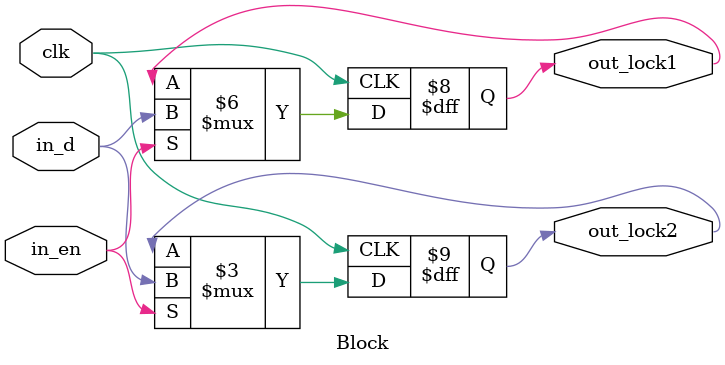
<source format=v>
module Block(clk,in_en,in_d,out_lock1,out_lock2);
input clk,in_en,in_d;
output reg out_lock1,out_lock2;

always @(posedge clk)
begin
	if(in_en)
	begin
		out_lock1=in_d;
		out_lock2=out_lock1;
	end
	else
	begin
		out_lock1=out_lock1;
		out_lock2=out_lock2;
	end
end

endmodule
</source>
